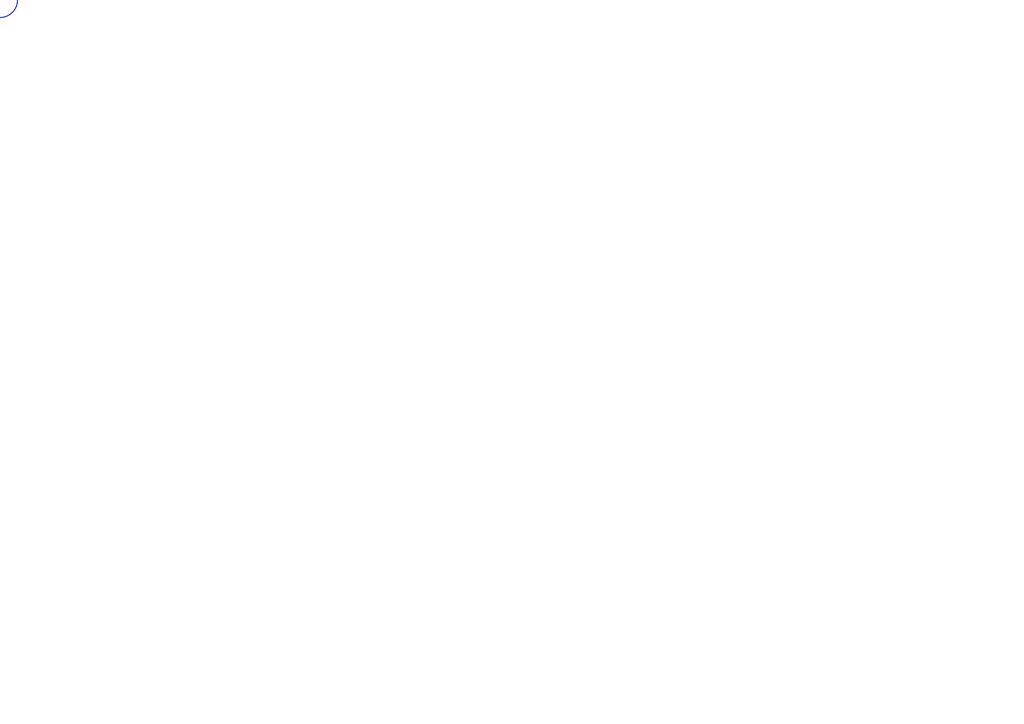
<source format=kicad_sch>
(kicad_sch
	(version 20250114)
	(generator "eeschema")
	(generator_version "9.0")
	(uuid "5efcc5ba-dc52-4033-83ee-2f99ed02f6eb")
	(paper "A4")
	(lib_symbols)
	(circle
		(center 0 0)
		(radius 5.08)
		(stroke
			(width 0.25)
			(type solid)
		)
		(fill
			(type none)
		)
		(uuid 1281e40f-f1db-465e-8de5-84a912042e35)
	)
	(sheet_instances
		(path "/"
			(page "1")
		)
	)
	(embedded_fonts no)
)

</source>
